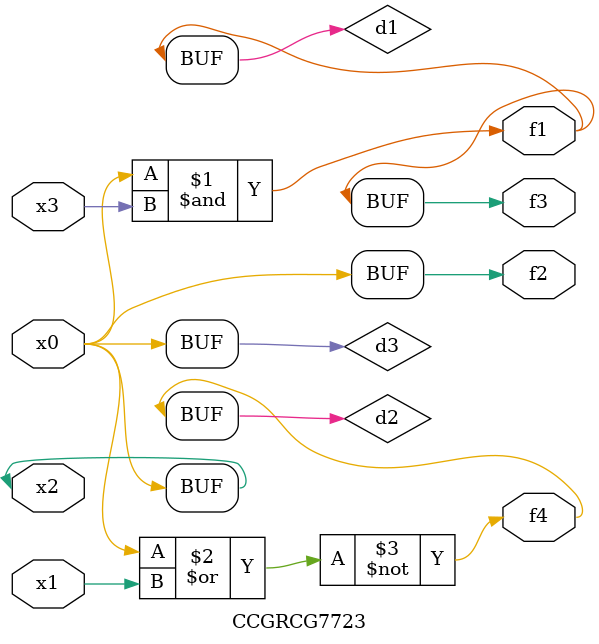
<source format=v>
module CCGRCG7723(
	input x0, x1, x2, x3,
	output f1, f2, f3, f4
);

	wire d1, d2, d3;

	and (d1, x2, x3);
	nor (d2, x0, x1);
	buf (d3, x0, x2);
	assign f1 = d1;
	assign f2 = d3;
	assign f3 = d1;
	assign f4 = d2;
endmodule

</source>
